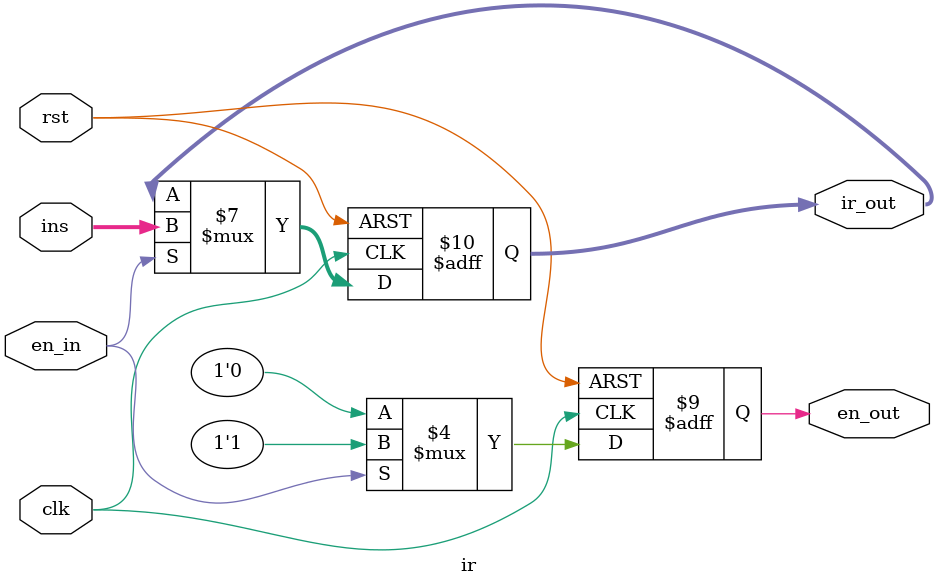
<source format=v>
module ir(
	input clk,
	input rst,
	input [15:0] ins,
	input en_in,
	output reg en_out,
	output reg [15:0]ir_out
);
always @ (posedge clk or negedge rst) begin
	if (!rst) begin
		ir_out <= 16'b000000000000 ;
		en_out <= 1'b1 ;
	end
	else begin
		if (en_in) begin
			en_out <= 1'b1 ;
			ir_out <= ins ;
		end
		else en_out <= 1'b0 ;
	end
end
endmodule

</source>
